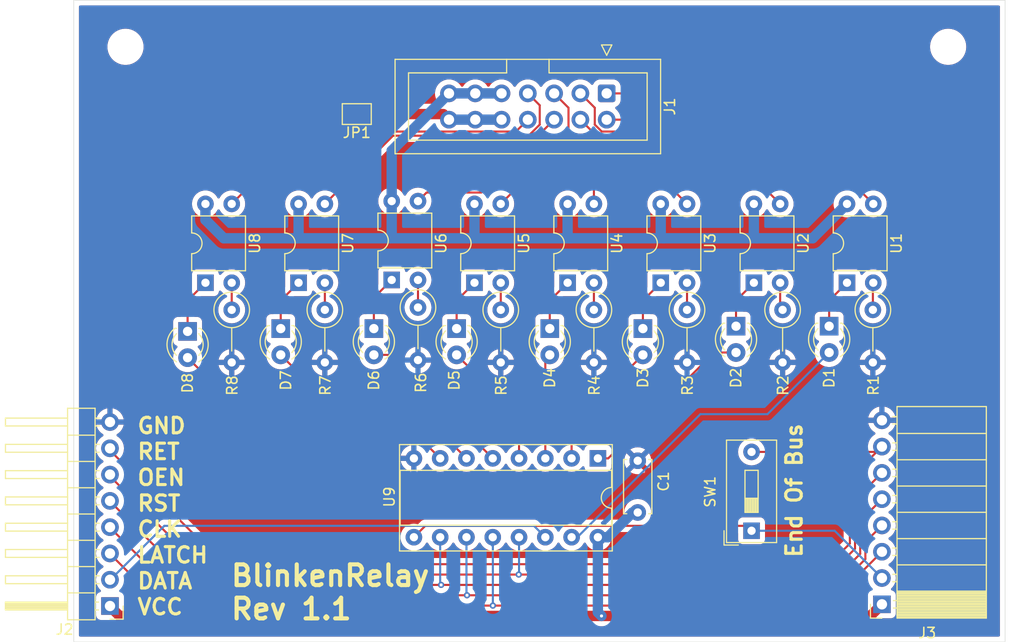
<source format=kicad_pcb>
(kicad_pcb (version 20240108) (generator "pcbnew") (generator_version "8.0")
  (title_block (comment 4 "AISLER Project ID: EPZBMRQH"))
  (layers (0 "F.Cu" signal) (31 "B.Cu" signal) (34 "B.Paste" user) (35 "F.Paste" user) (36 "B.SilkS" user "B.Silkscreen") (37 "F.SilkS" user "F.Silkscreen") (38 "B.Mask" user) (39 "F.Mask" user) (44 "Edge.Cuts" user))
  (net 0 "")
  (net 1 "Kanal 1")
  (net 2 "Kanal 4")
  (net 3 "Net-(J1-Pin_10)")
  (net 4 "+24V")
  (net 5 "Kanal 8")
  (net 6 "Kanal 2")
  (net 7 "Kanal 6")
  (net 8 "Kanal 3")
  (net 9 "Kanal 5")
  (net 10 "Kanal 7")
  (net 11 "Clock")
  (net 12 "Output Enable")
  (net 13 "Reset")
  (net 14 "VCC")
  (net 15 "GND")
  (net 16 "Data")
  (net 17 "Strobe")
  (net 18 "Return")
  (net 19 "Data Out")
  (net 20 "Net-(R1-Pad1)")
  (net 21 "Net-(R2-Pad1)")
  (net 22 "Net-(R3-Pad1)")
  (net 23 "Net-(R4-Pad1)")
  (net 24 "Net-(R5-Pad1)")
  (net 25 "Net-(R6-Pad1)")
  (net 26 "Net-(R7-Pad1)")
  (net 27 "Net-(R8-Pad1)")
  (net 28 "Net-(D1-K)")
  (net 29 "Net-(D1-A)")
  (net 30 "Net-(D2-K)")
  (net 31 "Net-(D2-A)")
  (net 32 "Net-(D3-K)")
  (net 33 "Net-(D3-A)")
  (net 34 "Net-(D4-K)")
  (net 35 "Net-(D4-A)")
  (net 36 "Net-(D5-A)")
  (net 37 "Net-(D5-K)")
  (net 38 "Net-(D6-K)")
  (net 39 "Net-(D6-A)")
  (net 40 "Net-(D7-K)")
  (net 41 "Net-(D7-A)")
  (net 42 "Net-(D8-K)")
  (net 43 "Net-(D8-A)")
  (footprint "Package_DIP:DIP-16_W7.62mm_Socket" (layer "F.Cu") (at 144.65 69.27 -90)
    (property "Reference" "U9" (at 3.73 20.15 90) (layer "F.SilkS"))
    (property "Value" "74HC595")
    (pad "1" thru_hole rect (at 0 0 270) (size 1.6 1.6) (drill 0.8) (layers "*.Cu" "*.Mask") (net 31 "Net-(D2-A)"))
    (pad "2" thru_hole oval (at 0 2.54 270) (size 1.6 1.6) (drill 0.8) (layers "*.Cu" "*.Mask") (net 33 "Net-(D3-A)"))
    (pad "3" thru_hole oval (at 0 5.08 270) (size 1.6 1.6) (drill 0.8) (layers "*.Cu" "*.Mask") (net 35 "Net-(D4-A)"))
    (pad "4" thru_hole oval (at 0 7.62 270) (size 1.6 1.6) (drill 0.8) (layers "*.Cu" "*.Mask") (net 36 "Net-(D5-A)"))
    (pad "5" thru_hole oval (at 0 10.16 270) (size 1.6 1.6) (drill 0.8) (layers "*.Cu" "*.Mask") (net 39 "Net-(D6-A)"))
    (pad "6" thru_hole oval (at 0 12.7 270) (size 1.6 1.6) (drill 0.8) (layers "*.Cu" "*.Mask") (net 41 "Net-(D7-A)"))
    (pad "7" thru_hole oval (at 0 15.24 270) (size 1.6 1.6) (drill 0.8) (layers "*.Cu" "*.Mask") (net 43 "Net-(D8-A)"))
    (pad "8" thru_hole oval (at 0 17.78 270) (size 1.6 1.6) (drill 0.8) (layers "*.Cu" "*.Mask") (net 15 "GND"))
    (pad "9" thru_hole oval (at 7.62 17.78 270) (size 1.6 1.6) (drill 0.8) (layers "*.Cu" "*.Mask") (net 19 "Data Out"))
    (pad "10" thru_hole oval (at 7.62 15.24 270) (size 1.6 1.6) (drill 0.8) (layers "*.Cu" "*.Mask") (net 13 "Reset"))
    (pad "11" thru_hole oval (at 7.62 12.7 270) (size 1.6 1.6) (drill 0.8) (layers "*.Cu" "*.Mask") (net 11 "Clock"))
    (pad "12" thru_hole oval (at 7.62 10.16 270) (size 1.6 1.6) (drill 0.8) (layers "*.Cu" "*.Mask") (net 17 "Strobe"))
    (pad "13" thru_hole oval (at 7.62 7.62 270) (size 1.6 1.6) (drill 0.8) (layers "*.Cu" "*.Mask") (net 12 "Output Enable"))
    (pad "14" thru_hole oval (at 7.62 5.08 270) (size 1.6 1.6) (drill 0.8) (layers "*.Cu" "*.Mask") (net 16 "Data"))
    (pad "15" thru_hole oval (at 7.62 2.54 270) (size 1.6 1.6) (drill 0.8) (layers "*.Cu" "*.Mask") (net 29 "Net-(D1-A)"))
    (pad "16" thru_hole oval (at 7.62 0 270) (size 1.6 1.6) (drill 0.8) (layers "*.Cu" "*.Mask") (net 14 "VCC"))
  )
  (footprint "LED_THT:LED_D3.0mm" (layer "F.Cu") (at 158 56.5 -90)
    (property "Reference" "D2" (at 5 0 90) (layer "F.SilkS"))
    (property "Value" "LED")
    (pad "1" thru_hole rect (at 0 0 270) (size 1.8 1.8) (drill 0.9) (layers "*.Cu" "*.Mask") (net 30 "Net-(D2-K)"))
    (pad "2" thru_hole circle (at 2.54 0 270) (size 1.8 1.8) (drill 0.9) (layers "*.Cu" "*.Mask") (net 31 "Net-(D2-A)"))
  )
  (footprint "Connector_IDC:IDC-Header_2x07_P2.54mm_Vertical" (layer "F.Cu") (at 145.5 34 -90)
    (property "Reference" "J1" (at 1.27 -6.1 -90) (layer "F.SilkS"))
    (property "Value" "Conn_02x07_Odd_Even")
    (pad "1" thru_hole roundrect (at 0 0 270) (size 1.7 1.7) (drill 1) (layers "*.Cu" "*.Mask") (roundrect_rratio 0.147059) (net 1 "Kanal 1"))
    (pad "2" thru_hole circle (at 2.54 0 270) (size 1.7 1.7) (drill 1) (layers "*.Cu" "*.Mask") (net 6 "Kanal 2"))
    (pad "3" thru_hole circle (at 0 2.54 270) (size 1.7 1.7) (drill 1) (layers "*.Cu" "*.Mask") (net 8 "Kanal 3"))
    (pad "4" thru_hole circle (at 2.54 2.54 270) (size 1.7 1.7) (drill 1) (layers "*.Cu" "*.Mask") (net 2 "Kanal 4"))
    (pad "5" thru_hole circle (at 0 5.08 270) (size 1.7 1.7) (drill 1) (layers "*.Cu" "*.Mask") (net 9 "Kanal 5"))
    (pad "6" thru_hole circle (at 2.54 5.08 270) (size 1.7 1.7) (drill 1) (layers "*.Cu" "*.Mask") (net 7 "Kanal 6"))
    (pad "7" thru_hole circle (at 0 7.62 270) (size 1.7 1.7) (drill 1) (layers "*.Cu" "*.Mask") (net 10 "Kanal 7"))
    (pad "8" thru_hole circle (at 2.54 7.62 270) (size 1.7 1.7) (drill 1) (layers "*.Cu" "*.Mask") (net 5 "Kanal 8"))
    (pad "9" thru_hole circle (at 0 10.16 270) (size 1.7 1.7) (drill 1) (layers "*.Cu" "*.Mask") (net 4 "+24V"))
    (pad "10" thru_hole circle (at 2.54 10.16 270) (size 1.7 1.7) (drill 1) (layers "*.Cu" "*.Mask") (net 3 "Net-(J1-Pin_10)"))
    (pad "11" thru_hole circle (at 0 12.7 270) (size 1.7 1.7) (drill 1) (layers "*.Cu" "*.Mask") (net 4 "+24V"))
    (pad "12" thru_hole circle (at 2.54 12.7 270) (size 1.7 1.7) (drill 1) (layers "*.Cu" "*.Mask") (net 3 "Net-(J1-Pin_10)"))
    (pad "13" thru_hole circle (at 0 15.24 270) (size 1.7 1.7) (drill 1) (layers "*.Cu" "*.Mask") (net 4 "+24V"))
    (pad "14" thru_hole circle (at 2.54 15.24 270) (size 1.7 1.7) (drill 1) (layers "*.Cu" "*.Mask") (net 3 "Net-(J1-Pin_10)"))
  )
  (footprint "Package_DIP:DIP-4_W7.62mm" (layer "F.Cu") (at 159.725 52.3 90)
    (property "Reference" "U2" (at 3.8 4.775 90) (layer "F.SilkS"))
    (property "Value" "LTV-817")
    (pad "1" thru_hole rect (at 0 0 90) (size 1.6 1.6) (drill 0.8) (layers "*.Cu" "*.Mask") (net 30 "Net-(D2-K)"))
    (pad "2" thru_hole oval (at 0 2.54 90) (size 1.6 1.6) (drill 0.8) (layers "*.Cu" "*.Mask") (net 21 "Net-(R2-Pad1)"))
    (pad "3" thru_hole oval (at 7.62 2.54 90) (size 1.6 1.6) (drill 0.8) (layers "*.Cu" "*.Mask") (net 6 "Kanal 2"))
    (pad "4" thru_hole oval (at 7.62 0 90) (size 1.6 1.6) (drill 0.8) (layers "*.Cu" "*.Mask") (net 4 "+24V"))
  )
  (footprint "Resistor_THT:R_Axial_DIN0309_L9.0mm_D3.2mm_P5.08mm_Vertical" (layer "F.Cu") (at 144.265 54.92 -90)
    (property "Reference" "R4" (at 7.31 -0.05 -90) (layer "F.SilkS"))
    (property "Value" "140")
    (pad "1" thru_hole circle (at 0 0 270) (size 1.6 1.6) (drill 0.8) (layers "*.Cu" "*.Mask") (net 23 "Net-(R4-Pad1)"))
    (pad "2" thru_hole oval (at 5.08 0 270) (size 1.6 1.6) (drill 0.8) (layers "*.Cu" "*.Mask") (net 15 "GND"))
  )
  (footprint "Connector_PinHeader_2.54mm:PinHeader_1x08_P2.54mm_Horizontal" (layer "F.Cu") (at 97.5 83.54 180)
    (property "Reference" "J2" (at 4.385 -2.27 180) (layer "F.SilkS"))
    (property "Value" "Conn_01x08_Pin")
    (pad "1" thru_hole rect (at 0 0 180) (size 1.7 1.7) (drill 1) (layers "*.Cu" "*.Mask") (net 14 "VCC"))
    (pad "2" thru_hole oval (at 0 2.54 180) (size 1.7 1.7) (drill 1) (layers "*.Cu" "*.Mask") (net 16 "Data"))
    (pad "3" thru_hole oval (at 0 5.08 180) (size 1.7 1.7) (drill 1) (layers "*.Cu" "*.Mask") (net 17 "Strobe"))
    (pad "4" thru_hole oval (at 0 7.62 180) (size 1.7 1.7) (drill 1) (layers "*.Cu" "*.Mask") (net 11 "Clock"))
    (pad "5" thru_hole oval (at 0 10.16 180) (size 1.7 1.7) (drill 1) (layers "*.Cu" "*.Mask") (net 13 "Reset"))
    (pad "6" thru_hole oval (at 0 12.7 180) (size 1.7 1.7) (drill 1) (layers "*.Cu" "*.Mask") (net 12 "Output Enable"))
    (pad "7" thru_hole oval (at 0 15.24 180) (size 1.7 1.7) (drill 1) (layers "*.Cu" "*.Mask") (net 18 "Return"))
    (pad "8" thru_hole oval (at 0 17.78 180) (size 1.7 1.7) (drill 1) (layers "*.Cu" "*.Mask") (net 15 "GND"))
  )
  (footprint "LED_THT:LED_D3.0mm" (layer "F.Cu") (at 105 57 -90)
    (property "Reference" "D8" (at 5 0 90) (layer "F.SilkS"))
    (property "Value" "LED")
    (pad "1" thru_hole rect (at 0 0 270) (size 1.8 1.8) (drill 0.9) (layers "*.Cu" "*.Mask") (net 42 "Net-(D8-K)"))
    (pad "2" thru_hole circle (at 2.54 0 270) (size 1.8 1.8) (drill 0.9) (layers "*.Cu" "*.Mask") (net 43 "Net-(D8-A)"))
  )
  (footprint "Package_DIP:DIP-4_W7.62mm" (layer "F.Cu") (at 124.725 52.03 90)
    (property "Reference" "U6" (at 3.53 4.775 90) (layer "F.SilkS"))
    (property "Value" "LTV-817")
    (pad "1" thru_hole rect (at 0 0 90) (size 1.6 1.6) (drill 0.8) (layers "*.Cu" "*.Mask") (net 38 "Net-(D6-K)"))
    (pad "2" thru_hole oval (at 0 2.54 90) (size 1.6 1.6) (drill 0.8) (layers "*.Cu" "*.Mask") (net 25 "Net-(R6-Pad1)"))
    (pad "3" thru_hole oval (at 7.62 2.54 90) (size 1.6 1.6) (drill 0.8) (layers "*.Cu" "*.Mask") (net 7 "Kanal 6"))
    (pad "4" thru_hole oval (at 7.62 0 90) (size 1.6 1.6) (drill 0.8) (layers "*.Cu" "*.Mask") (net 4 "+24V"))
  )
  (footprint "MountingHole:MountingHole_3mm" (layer "F.Cu") (at 99 29.5)
    (property "Reference" "REF**" (hide yes))
    (property "Value" "MountingHole_3mm")
    (pad "" np_thru_hole circle (at 0 0) (size 3 3) (drill 3) (layers "*.Cu" "*.Mask"))
  )
  (footprint "Package_DIP:DIP-4_W7.62mm" (layer "F.Cu") (at 106.725 52.3 90)
    (property "Reference" "U8" (at 3.8 4.775 90) (layer "F.SilkS"))
    (property "Value" "LTV-817")
    (pad "1" thru_hole rect (at 0 0 90) (size 1.6 1.6) (drill 0.8) (layers "*.Cu" "*.Mask") (net 42 "Net-(D8-K)"))
    (pad "2" thru_hole oval (at 0 2.54 90) (size 1.6 1.6) (drill 0.8) (layers "*.Cu" "*.Mask") (net 27 "Net-(R8-Pad1)"))
    (pad "3" thru_hole oval (at 7.62 2.54 90) (size 1.6 1.6) (drill 0.8) (layers "*.Cu" "*.Mask") (net 5 "Kanal 8"))
    (pad "4" thru_hole oval (at 7.62 0 90) (size 1.6 1.6) (drill 0.8) (layers "*.Cu" "*.Mask") (net 4 "+24V"))
  )
  (footprint "Package_DIP:DIP-4_W7.62mm" (layer "F.Cu") (at 115.725 52.3 90)
    (property "Reference" "U7" (at 3.8 4.775 90) (layer "F.SilkS"))
    (property "Value" "LTV-817")
    (pad "1" thru_hole rect (at 0 0 90) (size 1.6 1.6) (drill 0.8) (layers "*.Cu" "*.Mask") (net 40 "Net-(D7-K)"))
    (pad "2" thru_hole oval (at 0 2.54 90) (size 1.6 1.6) (drill 0.8) (layers "*.Cu" "*.Mask") (net 26 "Net-(R7-Pad1)"))
    (pad "3" thru_hole oval (at 7.62 2.54 90) (size 1.6 1.6) (drill 0.8) (layers "*.Cu" "*.Mask") (net 10 "Kanal 7"))
    (pad "4" thru_hole oval (at 7.62 0 90) (size 1.6 1.6) (drill 0.8) (layers "*.Cu" "*.Mask") (net 4 "+24V"))
  )
  (footprint "Button_Switch_THT:SW_DIP_SPSTx01_Slide_9.78x4.72mm_W7.62mm_P2.54mm" (layer "F.Cu") (at 159.5 76.2675 90)
    (property "Reference" "SW1" (at 3.7675 -4 90) (layer "F.SilkS"))
    (property "Value" "SW_DIP_x01")
    (pad "1" thru_hole rect (at 0 0 90) (size 1.6 1.6) (drill 0.8) (layers "*.Cu" "*.Mask") (net 19 "Data Out"))
    (pad "2" thru_hole oval (at 7.62 0 90) (size 1.6 1.6) (drill 0.8) (layers "*.Cu" "*.Mask") (net 18 "Return"))
  )
  (footprint "Resistor_THT:R_Axial_DIN0309_L9.0mm_D3.2mm_P5.08mm_Vertical" (layer "F.Cu") (at 135.265 54.92 -90)
    (property "Reference" "R5" (at 7.31 -0.05 -90) (layer "F.SilkS"))
    (property "Value" "140")
    (pad "1" thru_hole circle (at 0 0 270) (size 1.6 1.6) (drill 0.8) (layers "*.Cu" "*.Mask") (net 24 "Net-(R5-Pad1)"))
    (pad "2" thru_hole oval (at 5.08 0 270) (size 1.6 1.6) (drill 0.8) (layers "*.Cu" "*.Mask") (net 15 "GND"))
  )
  (footprint "Package_DIP:DIP-4_W7.62mm" (layer "F.Cu") (at 132.725 52.3 90)
    (property "Reference" "U5" (at 3.8 4.775 90) (layer "F.SilkS"))
    (property "Value" "LTV-817")
    (pad "1" thru_hole rect (at 0 0 90) (size 1.6 1.6) (drill 0.8) (layers "*.Cu" "*.Mask") (net 37 "Net-(D5-K)"))
    (pad "2" thru_hole oval (at 0 2.54 90) (size 1.6 1.6) (drill 0.8) (layers "*.Cu" "*.Mask") (net 24 "Net-(R5-Pad1)"))
    (pad "3" thru_hole oval (at 7.62 2.54 90) (size 1.6 1.6) (drill 0.8) (layers "*.Cu" "*.Mask") (net 9 "Kanal 5"))
    (pad "4" thru_hole oval (at 7.62 0 90) (size 1.6 1.6) (drill 0.8) (layers "*.Cu" "*.Mask") (net 4 "+24V"))
  )
  (footprint "LED_THT:LED_D3.0mm" (layer "F.Cu") (at 123 56.73 -90)
    (property "Reference" "D6" (at 5 0 90) (layer "F.SilkS"))
    (property "Value" "LED")
    (pad "1" thru_hole rect (at 0 0 270) (size 1.8 1.8) (drill 0.9) (layers "*.Cu" "*.Mask") (net 38 "Net-(D6-K)"))
    (pad "2" thru_hole circle (at 2.54 0 270) (size 1.8 1.8) (drill 0.9) (layers "*.Cu" "*.Mask") (net 39 "Net-(D6-A)"))
  )
  (footprint "Package_DIP:DIP-4_W7.62mm" (layer "F.Cu") (at 168.725 52.3 90)
    (property "Reference" "U1" (at 3.8 4.775 90) (layer "F.SilkS"))
    (property "Value" "LTV-817")
    (pad "1" thru_hole rect (at 0 0 90) (size 1.6 1.6) (drill 0.8) (layers "*.Cu" "*.Mask") (net 28 "Net-(D1-K)"))
    (pad "2" thru_hole oval (at 0 2.54 90) (size 1.6 1.6) (drill 0.8) (layers "*.Cu" "*.Mask") (net 20 "Net-(R1-Pad1)"))
    (pad "3" thru_hole oval (at 7.62 2.54 90) (size 1.6 1.6) (drill 0.8) (layers "*.Cu" "*.Mask") (net 1 "Kanal 1"))
    (pad "4" thru_hole oval (at 7.62 0 90) (size 1.6 1.6) (drill 0.8) (layers "*.Cu" "*.Mask") (net 4 "+24V"))
  )
  (footprint "LED_THT:LED_D3.0mm" (layer "F.Cu") (at 167 56.5 -90)
    (property "Reference" "D1" (at 5 0 90) (layer "F.SilkS"))
    (property "Value" "LED")
    (pad "1" thru_hole rect (at 0 0 270) (size 1.8 1.8) (drill 0.9) (layers "*.Cu" "*.Mask") (net 28 "Net-(D1-K)"))
    (pad "2" thru_hole circle (at 2.54 0 270) (size 1.8 1.8) (drill 0.9) (layers "*.Cu" "*.Mask") (net 29 "Net-(D1-A)"))
  )
  (footprint "Resistor_THT:R_Axial_DIN0309_L9.0mm_D3.2mm_P5.08mm_Vertical" (layer "F.Cu") (at 127.265 54.69 -90)
    (property "Reference" "R6" (at 7.27 -0.285 -90) (layer "F.SilkS"))
    (property "Value" "140")
    (pad "1" thru_hole circle (at 0 0 270) (size 1.6 1.6) (drill 0.8) (layers "*.Cu" "*.Mask") (net 25 "Net-(R6-Pad1)"))
    (pad "2" thru_hole oval (at 5.08 0 270) (size 1.6 1.6) (drill 0.8) (layers "*.Cu" "*.Mask") (net 15 "GND"))
  )
  (footprint "Resistor_THT:R_Axial_DIN0309_L9.0mm_D3.2mm_P5.08mm_Vertical" (layer "F.Cu") (at 118.265 54.92 -90)
    (property "Reference" "R7" (at 7.31 -0.05 -90) (layer "F.SilkS"))
    (property "Value" "140")
    (pad "1" thru_hole circle (at 0 0 270) (size 1.6 1.6) (drill 0.8) (layers "*.Cu" "*.Mask") (net 26 "Net-(R7-Pad1)"))
    (pad "2" thru_hole oval (at 5.08 0 270) (size 1.6 1.6) (drill 0.8) (layers "*.Cu" "*.Mask") (net 15 "GND"))
  )
  (footprint "LED_THT:LED_D3.0mm" (layer "F.Cu") (at 149 56.73 -90)
    (property "Reference" "D3" (at 4.77 0 90) (layer "F.SilkS"))
    (property "Value" "LED")
    (pad "1" thru_hole rect (at 0 0 270) (size 1.8 1.8) (drill 0.9) (layers "*.Cu" "*.Mask") (net 32 "Net-(D3-K)"))
    (pad "2" thru_hole circle (at 2.54 0 270) (size 1.8 1.8) (drill 0.9) (layers "*.Cu" "*.Mask") (net 33 "Net-(D3-A)"))
  )
  (footprint "Resistor_THT:R_Axial_DIN0309_L9.0mm_D3.2mm_P5.08mm_Vertical" (layer "F.Cu") (at 109.265 54.92 -90)
    (property "Reference" "R8" (at 7.31 -0.05 -90) (layer "F.SilkS"))
    (property "Value" "140")
    (pad "1" thru_hole circle (at 0 0 270) (size 1.6 1.6) (drill 0.8) (layers "*.Cu" "*.Mask") (net 27 "Net-(R8-Pad1)"))
    (pad "2" thru_hole oval (at 5.08 0 270) (size 1.6 1.6) (drill 0.8) (layers "*.Cu" "*.Mask") (net 15 "GND"))
  )
  (footprint "Resistor_THT:R_Axial_DIN0309_L9.0mm_D3.2mm_P5.08mm_Vertical" (layer "F.Cu") (at 171.225 54.92 -90)
    (property "Reference" "R1" (at 7.31 -0.05 -90) (layer "F.SilkS"))
    (property "Value" "140")
    (pad "1" thru_hole circle (at 0 0 270) (size 1.6 1.6) (drill 0.8) (layers "*.Cu" "*.Mask") (net 20 "Net-(R1-Pad1)"))
    (pad "2" thru_hole oval (at 5.08 0 270) (size 1.6 1.6) (drill 0.8) (layers "*.Cu" "*.Mask") (net 15 "GND"))
  )
  (footprint "Capacitor_THT:C_Disc_D5.0mm_W2.5mm_P5.00mm" (layer "F.Cu") (at 148.5 74.5 90)
    (property "Reference" "C1" (at 3 2.5 90) (layer "F.SilkS"))
    (property "Value" "10n")
    (pad "1" thru_hole circle (at 0 0 90) (size 1.6 1.6) (drill 0.8) (layers "*.Cu" "*.Mask") (net 14 "VCC"))
    (pad "2" thru_hole circle (at 5 0 90) (size 1.6 1.6) (drill 0.8) (layers "*.Cu" "*.Mask") (net 15 "GND"))
  )
  (footprint "Connector_PinSocket_2.54mm:PinSocket_1x08_P2.54mm_Horizontal" (layer "F.Cu") (at 172.1 83.375 180)
    (property "Reference" "J3" (at -4.38 -2.77 0) (layer "F.SilkS"))
    (property "Value" "Conn_01x08_Socket")
    (pad "1" thru_hole rect (at 0 0 180) (size 1.7 1.7) (drill 1) (layers "*.Cu" "*.Mask") (net 14 "VCC"))
    (pad "2" thru_hole oval (at 0 2.54 180) (size 1.7 1.7) (drill 1) (layers "*.Cu" "*.Mask") (net 19 "Data Out"))
    (pad "3" thru_hole oval (at 0 5.08 180) (size 1.7 1.7) (drill 1) (layers "*.Cu" "*.Mask") (net 17 "Strobe"))
    (pad "4" thru_hole oval (at 0 7.62 180) (size 1.7 1.7) (drill 1) (layers "*.Cu" "*.Mask") (net 11 "Clock"))
    (pad "5" thru_hole oval (at 0 10.16 180) (size 1.7 1.7) (drill 1) (layers "*.Cu" "*.Mask") (net 13 "Reset"))
    (pad "6" thru_hole oval (at 0 12.7 180) (size 1.7 1.7) (drill 1) (layers "*.Cu" "*.Mask") (net 12 "Output Enable"))
    (pad "7" thru_hole oval (at 0 15.24 180) (size 1.7 1.7) (drill 1) (layers "*.Cu" "*.Mask") (net 18 "Return"))
    (pad "8" thru_hole oval (at 0 17.78 180) (size 1.7 1.7) (drill 1) (layers "*.Cu" "*.Mask") (net 15 "GND"))
  )
  (footprint "Resistor_THT:R_Axial_DIN0309_L9.0mm_D3.2mm_P5.08mm_Vertical" (layer "F.Cu") (at 153.265 54.92 -90)
    (property "Reference" "R3" (at 7.31 -0.05 -90) (layer "F.SilkS"))
    (property "Value" "140")
    (pad "1" thru_hole circle (at 0 0 270) (size 1.6 1.6) (drill 0.8) (layers "*.Cu" "*.Mask") (net 22 "Net-(R3-Pad1)"))
    (pad "2" thru_hole oval (at 5.08 0 270) (size 1.6 1.6) (drill 0.8) (layers "*.Cu" "*.Mask") (net 15 "GND"))
  )
  (footprint "Package_DIP:DIP-4_W7.62mm" (layer "F.Cu") (at 141.725 52.3 90)
    (property "Reference" "U4" (at 3.8 4.775 90) (layer "F.SilkS"))
    (property "Value" "LTV-817")
    (pad "1" thru_hole rect (at 0 0 90) (size 1.6 1.6) (drill 0.8) (layers "*.Cu" "*.Mask") (net 34 "Net-(D4-K)"))
    (pad "2" thru_hole oval (at 0 2.54 90) (size 1.6 1.6) (drill 0.8) (layers "*.Cu" "*.Mask") (net 23 "Net-(R4-Pad1)"))
    (pad "3" thru_hole oval (at 7.62 2.54 90) (size 1.6 1.6) (drill 0.8) (layers "*.Cu" "*.Mask") (net 2 "Kanal 4"))
    (pad "4" thru_hole oval (at 7.62 0 90) (size 1.6 1.6) (drill 0.8) (layers "*.Cu" "*.Mask") (net 4 "+24V"))
  )
  (footprint "Jumper:SolderJumper-2_P1.3mm_Open_Pad1.0x1.5mm" (layer "F.Cu") (at 121.35 36 180)
    (property "Reference" "JP1" (at 0 -1.8 0) (layer "F.SilkS"))
    (property "Value" "Jumper_2_Open" (hide yes))
    (pad "1" smd rect (at -0.65 0 180) (size 1 1.5) (layers "F.Cu" "F.Mask") (net 3 "Net-(J1-Pin_10)"))
    (pad "2" smd rect (at 0.65 0 180) (size 1 1.5) (layers "F.Cu" "F.Mask") (net 15 "GND"))
  )
  (footprint "Resistor_THT:R_Axial_DIN0309_L9.0mm_D3.2mm_P5.08mm_Vertical" (layer "F.Cu") (at 162.5 54.92 -90)
    (property "Reference" "R2" (at 7.31 -0.05 -90) (layer "F.SilkS"))
    (property "Value" "140")
    (pad "1" thru_hole circle (at 0 0 270) (size 1.6 1.6) (drill 0.8) (layers "*.Cu" "*.Mask") (net 21 "Net-(R2-Pad1)"))
    (pad "2" thru_hole oval (at 5.08 0 270) (size 1.6 1.6) (drill 0.8) (layers "*.Cu" "*.Mask") (net 15 "GND"))
  )
  (footprint "MountingHole:MountingHole_3mm" (layer "F.Cu") (at 178.5 29.5)
    (property "Reference" "REF**" (hide yes))
    (property "Value" "MountingHole_3mm")
    (pad "" np_thru_hole circle (at 0 0) (size 3 3) (drill 3) (layers "F&B.Cu" "*.Mask"))
  )
  (footprint "LED_THT:LED_D3.0mm" (layer "F.Cu") (at 114 56.73 -90)
    (property "Reference" "D7" (at 5 -0.5 90) (layer "F.SilkS"))
    (property "Value" "LED")
    (pad "1" thru_hole rect (at 0 0 270) (size 1.8 1.8) (drill 0.9) (layers "*.Cu" "*.Mask") (net 40 "Net-(D7-K)"))
    (pad "2" thru_hole circle (at 2.54 0 270) (size 1.8 1.8) (drill 0.9) (layers "*.Cu" "*.Mask") (net 41 "Net-(D7-A)"))
  )
  (footprint "LED_THT:LED_D3.0mm" (layer "F.Cu") (at 140 56.73 -90)
    (property "Reference" "D4" (at 4.77 0 90) (layer "F.SilkS"))
    (property "Value" "LED")
    (pad "1" thru_hole rect (at 0 0 270) (size 1.8 1.8) (drill 0.9) (layers "*.Cu" "*.Mask") (net 34 "Net-(D4-K)"))
    (pad "2" thru_hole circle (at 2.54 0 270) (size 1.8 1.8) (drill 0.9) (layers "*.Cu" "*.Mask") (net 35 "Net-(D4-A)"))
  )
  (footprint "Package_DIP:DIP-4_W7.62mm" (layer "F.Cu") (at 150.725 52.3 90)
    (property "Reference" "U3" (at 3.8 4.775 90) (layer "F.SilkS"))
    (property "Value" "LTV-817")
    (pad "1" thru_hole rect (at 0 0 90) (size 1.6 1.6) (drill 0.8) (layers "*.Cu" "*.Mask") (net 32 "Net-(D3-K)"))
    (pad "2" thru_hole oval (at 0 2.54 90) (size 1.6 1.6) (drill 0.8) (layers "*.Cu" "*.Mask") (net 22 "Net-(R3-Pad1)"))
    (pad "3" thru_hole oval (at 7.62 2.54 90) (size 1.6 1.6) (drill 0.8) (layers "*.Cu" "*.Mask") (net 8 "Kanal 3"))
    (pad "4" thru_hole oval (at 7.62 0 90) (size 1.6 1.6) (drill 0.8) (layers "*.Cu" "*.Mask") (net 4 "+24V"))
  )
  (footprint "LED_THT:LED_D3.0mm" (layer "F.Cu") (at 131 56.73 -90)
    (property "Reference" "D5" (at 5 0.23 90) (layer "F.SilkS"))
    (property "Value" "LED")
    (pad "1" thru_hole rect (at 0 0 270) (size 1.8 1.8) (drill 0.9) (layers "*.Cu" "*.Mask") (net 37 "Net-(D5-K)"))
    (pad "2" thru_hole circle (at 2.54 0 270) (size 1.8 1.8) (drill 0.9) (layers "*.Cu" "*.Mask") (net 36 "Net-(D5-A)"))
  )
  (gr_rect (start 94 25) (end 184 87) (stroke (width 0.05)) (fill none) (layer "Edge.Cuts"))
  (gr_text "End Of Bus" (at 164.5 79 90) (layer "F.SilkS") (effects (font (size 1.5 1.5) (thickness 0.3) (bold yes)) (justify left bottom)))
  (gr_text "BlinkenRelay\nRev 1.1" (at 109 85 0) (layer "F.SilkS") (effects (font (size 2 2) (thickness 0.4) (bold yes)) (justify left bottom)))
  (gr_text "GND" (at 100 67 0) (layer "F.SilkS") (effects (font (size 1.5 1.5) (thickness 0.3) (bold yes)) (justify left bottom)))
  (gr_text "LATCH" (at 100 79.5 0) (layer "F.SilkS") (effects (font (size 1.5 1.5) (thickness 0.3) (bold yes)) (justify left bottom)))
  (gr_text "OEN\n" (at 100 72 0) (layer "F.SilkS") (effects (font (size 1.5 1.5) (thickness 0.3) (bold yes)) (justify left bottom)))
  (gr_text "DATA" (at 100 82 0) (layer "F.SilkS") (effects (font (size 1.5 1.5) (thickness 0.3) (bold yes)) (justify left bottom)))
  (gr_text "RST" (at 100 74.5 0) (layer "F.SilkS") (effects (font (size 1.5 1.5) (thickness 0.3) (bold yes)) (justify left bottom)))
  (gr_text "RET" (at 100 69.5 0) (layer "F.SilkS") (effects (font (size 1.5 1.5) (thickness 0.3) (bold yes)) (justify left bottom)))
  (gr_text "CLK" (at 100 77 0) (layer "F.SilkS") (effects (font (size 1.5 1.5) (thickness 0.3) (bold yes)) (justify left bottom)))
  (gr_text "VCC" (at 100 84.5 0) (layer "F.SilkS") (effects (font (size 1.5 1.5) (thickness 0.3) (bold yes)) (justify left bottom)))
  (segment (start 171.265 44.68) (end 160.585 34) (width 0.2) (layer "F.Cu") (net 1))
  (segment (start 160.585 34) (end 145.5 34) (width 0.2) (layer "F.Cu") (net 1))
  (segment (start 144.265 44.68) (end 144.265 37.845) (width 0.2) (layer "F.Cu") (net 2))
  (segment (start 144.265 37.845) (end 142.96 36.54) (width 0.2) (layer "F.Cu") (net 2))
  (segment (start 122 36) (end 129.72 36) (width 1) (layer "F.Cu") (net 3))
  (segment (start 129.72 36) (end 130.26 36.54) (width 0.2) (layer "F.Cu") (net 3))
  (segment (start 135.34 36.54) (end 132.8 36.54) (width 1) (layer "B.Cu") (net 3))
  (segment (start 130.26 36.54) (end 132.8 36.54) (width 1) (layer "B.Cu") (net 3))
  (segment (start 124.5 48) (end 132.5 48) (width 1) (layer "B.Cu") (net 4))
  (segment (start 132.725 47.775) (end 132.5 48) (width 1) (layer "B.Cu") (net 4))
  (segment (start 141.725 47.725) (end 142 48) (width 1) (layer "B.Cu") (net 4))
  (segment (start 130.26 34) (end 124.725 39.535) (width 1) (layer "B.Cu") (net 4))
  (segment (start 106.725 44.68) (end 106.725 46.225) (width 1) (layer "B.Cu") (net 4))
  (segment (start 124.725 39.535) (end 124.725 44.41) (width 1) (layer "B.Cu") (net 4))
  (segment (start 135.34 34) (end 132.8 34) (width 1) (layer "B.Cu") (net 4))
  (segment (start 159.725 44.68) (end 159.725 47.725) (width 1) (layer "B.Cu") (net 4))
  (segment (start 130.26 34) (end 132.8 34) (width 1) (layer "B.Cu") (net 4))
  (segment (start 150.725 47.725) (end 151 48) (width 1) (layer "B.Cu") (net 4))
  (segment (start 160 48) (end 165.405 48) (width 1) (layer "B.Cu") (net 4))
  (segment (start 124.725 44.41) (end 124.725 47.775) (width 1) (layer "B.Cu") (net 4))
  (segment (start 124.725 47.775) (end 124.5 48) (width 1) (layer "B.Cu") (net 4))
  (segment (start 115.725 47.775) (end 115.5 48) (width 1) (layer "B.Cu") (net 4))
  (segment (start 142 48) (end 151 48) (width 1) (layer "B.Cu") (net 4))
  (segment (start 159.725 47.725) (end 160 48) (width 1) (layer "B.Cu") (net 4))
  (segment (start 132.725 44.68) (end 132.725 47.775) (width 1) (layer "B.Cu") (net 4))
  (segment (start 165.405 48) (end 168.725 44.68) (width 1) (layer "B.Cu") (net 4))
  (segment (start 132.5 48) (end 142 48) (width 1) (layer "B.Cu") (net 4))
  (segment (start 108.5 48) (end 115.5 48) (width 1) (layer "B.Cu") (net 4))
  (segment (start 115.725 44.68) (end 115.725 47.775) (width 1) (layer "B.Cu") (net 4))
  (segment (start 151 48) (end 160 48) (width 1) (layer "B.Cu") (net 4))
  (segment (start 115.5 48) (end 124.5 48) (width 1) (layer "B.Cu") (net 4))
  (segment (start 141.725 44.68) (end 141.725 47.725) (width 1) (layer "B.Cu") (net 4))
  (segment (start 150.725 44.68) (end 150.725 47.725) (width 1) (layer "B.Cu") (net 4))
  (segment (start 106.725 46.225) (end 108.5 48) (width 1) (layer "B.Cu") (net 4))
  (segment (start 116.255 37.69) (end 136.73 37.69) (width 0.2) (layer "F.Cu") (net 5))
  (segment (start 109.265 44.68) (end 116.255 37.69) (width 0.2) (layer "F.Cu") (net 5))
  (segment (start 136.73 37.69) (end 137.88 36.54) (width 0.2) (layer "F.Cu") (net 5))
  (segment (start 154.125 36.54) (end 145.5 36.54) (width 0.2) (layer "F.Cu") (net 6))
  (segment (start 162.265 44.68) (end 154.125 36.54) (width 0.2) (layer "F.Cu") (net 6))
  (segment (start 127.265 44.41) (end 128.095 43.58) (width 0.2) (layer "F.Cu") (net 7))
  (segment (start 133.38 43.58) (end 140.42 36.54) (width 0.2) (layer "F.Cu") (net 7))
  (segment (start 128.095 43.58) (end 133.38 43.58) (width 0.2) (layer "F.Cu") (net 7))
  (segment (start 153.265 44.68) (end 146.275 37.69) (width 0.2) (layer "F.Cu") (net 8))
  (segment (start 146.275 37.69) (end 145.023654 37.69) (width 0.2) (layer "F.Cu") (net 8))
  (segment (start 145.023654 37.69) (end 144.35 37.016346) (width 0.2) (layer "F.Cu") (net 8))
  (segment (start 144.35 37.016346) (end 144.35 35.39) (width 0.2) (layer "F.Cu") (net 8))
  (segment (start 144.35 35.39) (end 142.96 34) (width 0.2) (layer "F.Cu") (net 8))
  (segment (start 141.81 35.39) (end 140.42 34) (width 0.2) (layer "F.Cu") (net 9))
  (segment (start 141.81 38.135) (end 141.81 35.39) (width 0.2) (layer "F.Cu") (net 9))
  (segment (start 135.265 44.68) (end 141.81 38.135) (width 0.2) (layer "F.Cu") (net 9))
  (segment (start 139.03 37.016346) (end 139.03 35.15) (width 0.2) (layer "F.Cu") (net 10))
  (segment (start 139.03 35.15) (end 137.88 34) (width 0.2) (layer "F.Cu") (net 10))
  (segment (start 118.265 44.68) (end 124.855 38.09) (width 0.2) (layer "F.Cu") (net 10))
  (segment (start 124.855 38.09) (end 137.956346 38.09) (width 0.2) (layer "F.Cu") (net 10))
  (segment (start 137.956346 38.09) (end 139.03 37.016346) (width 0.2) (layer "F.Cu") (net 10))
  (segment (start 132 82.5) (end 167 82.5) (width 0.2) (layer "F.Cu") (net 11))
  (segment (start 104.04 82.5) (end 97.5 75.96) (width 0.2) (layer "F.Cu") (net 11))
  (segment (start 170.5 79) (end 170.5 77.355) (width 0.2) (layer "F.Cu") (net 11))
  (segment (start 170.5 77.355) (end 172.1 75.755) (width 0.2) (layer "F.Cu") (net 11))
  (segment (start 167 82.5) (end 170.5 79) (width 0.2) (layer "F.Cu") (net 11))
  (segment (start 132 82.5) (end 104.04 82.5) (width 0.2) (layer "F.Cu") (net 11))
  (via (at 132 82.5) (size 0.6) (drill 0.3) (layers "F.Cu" "B.Cu") (net 11))
  (segment (start 131.95 82.45) (end 131.95 76.89) (width 0.2) (layer "B.Cu") (net 11))
  (segment (start 132 82.5) (end 131.95 82.45) (width 0.2) (layer "B.Cu") (net 11))
  (segment (start 107 80.5) (end 137 80.5) (width 0.2) (layer "F.Cu") (net 12))
  (segment (start 167 80.5) (end 169.5 78) (width 0.2) (layer "F.Cu") (net 12))
  (segment (start 107 80.5) (end 97.5 71) (width 0.2) (layer "F.Cu") (net 12))
  (segment (start 137 80.5) (end 167 80.5) (width 0.2) (layer "F.Cu") (net 12))
  (segment (start 169.5 78) (end 169.5 73.275) (width 0.2) (layer "F.Cu") (net 12))
  (segment (start 169.5 73.275) (end 172.1 70.675) (width 0.2) (layer "F.Cu") (net 12))
  (via (at 137 80.5) (size 0.6) (drill 0.3) (layers "F.Cu" "B.Cu") (net 12))
  (segment (start 137.03 80.47) (end 137.03 76.89) (width 0.2) (layer "B.Cu") (net 12))
  (segment (start 137 80.5) (end 137.03 80.47) (width 0.2) (layer "B.Cu") (net 12))
  (segment (start 105.5 81.42) (end 97.5 73.42) (width 0.2) (layer "F.Cu") (net 13))
  (segment (start 129.5 81.5) (end 167 81.5) (width 0.2) (layer "F.Cu") (net 13))
  (segment (start 105.5 81.5) (end 129.5 81.5) (width 0.2) (layer "F.Cu") (net 13))
  (segment (start 105.5 81.5) (end 105.5 81.42) (width 0.2) (layer "F.Cu") (net 13))
  (segment (start 167 81.5) (end 170 78.5) (width 0.2) (layer "F.Cu") (net 13))
  (segment (start 170 78.5) (end 170 75.315) (width 0.2) (layer "F.Cu") (net 13))
  (segment (start 170 75.315) (end 172.1 73.215) (width 0.2) (layer "F.Cu") (net 13))
  (via (at 129.5 81.5) (size 0.6) (drill 0.3) (layers "F.Cu" "B.Cu") (net 13))
  (segment (start 129.41 76.89) (end 129.41 81.41) (width 0.2) (layer "B.Cu") (net 13))
  (segment (start 129.41 81.41) (end 129.5 81.5) (width 0.2) (layer "B.Cu") (net 13))
  (segment (start 170.975 84.5) (end 145 84.5) (width 1) (layer "F.Cu") (net 14))
  (segment (start 98.42 84.5) (end 145 84.5) (width 1) (layer "F.Cu") (net 14))
  (segment (start 172.1 83.375) (end 170.975 84.5) (width 1) (layer "F.Cu") (net 14))
  (segment (start 98.42 84.5) (end 97.5 83.58) (width 1) (layer "F.Cu") (net 14))
  (via (at 145 84.5) (size 0.6) (drill 0.3) (layers "F.Cu" "B.Cu") (net 14))
  (segment (start 144.65 84.15) (end 144.65 76.89) (width 1) (layer "B.Cu") (net 14))
  (segment (start 148 74.5) (end 145.61 76.89) (width 1) (layer "B.Cu") (net 14))
  (segment (start 148.5 74.5) (end 148 74.5) (width 1) (layer "B.Cu") (net 14))
  (segment (start 145 84.5) (end 144.65 84.15) (width 1) (layer "B.Cu") (net 14))
  (segment (start 145.61 76.89) (end 144.65 76.89) (width 1) (layer "B.Cu") (net 14))
  (segment (start 102.75 75.79) (end 138.47 75.79) (width 0.2) (layer "B.Cu") (net 16))
  (segment (start 97.5 81.04) (end 102.75 75.79) (width 0.2) (layer "B.Cu") (net 16))
  (segment (start 138.47 75.79) (end 139.57 76.89) (width 0.2) (layer "B.Cu") (net 16))
  (segment (start 102.5 83.5) (end 134.5 83.5) (width 0.2) (layer "F.Cu") (net 17))
  (segment (start 166.895 83.5) (end 172.1 78.295) (width 0.2) (layer "F.Cu") (net 17))
  (segment (start 102.5 83.5) (end 97.5 78.5) (width 0.2) (layer "F.Cu") (net 17))
  (segment (start 134.5 83.5) (end 166.895 83.5) (width 0.2) (layer "F.Cu") (net 17))
  (via (at 134.5 83.5) (size 0.6) (drill 0.3) (layers "F.Cu" "B.Cu") (net 17))
  (segment (start 134.5 77.748628) (end 134.5 83.5) (width 0.2) (layer "B.Cu") (net 17))
  (segment (start 134.065686 77.314314) (end 134.5 77.748628) (width 0.2) (layer "B.Cu") (net 17))
  (segment (start 169 71.235) (end 172.1 68.135) (width 0.2) (layer "F.Cu") (net 18))
  (segment (start 108.5 79.5) (end 167 79.5) (width 0.2) (layer "F.Cu") (net 18))
  (segment (start 167 79.5) (end 169 77.5) (width 0.2) (layer "F.Cu") (net 18))
  (segment (start 169 77.5) (end 169 71.235) (width 0.2) (layer "F.Cu") (net 18))
  (segment (start 159.5 68.6475) (end 171.5875 68.6475) (width 0.2) (layer "F.Cu") (net 18))
  (segment (start 97.5 68.5) (end 108.5 79.5) (width 0.2) (layer "F.Cu") (net 18))
  (segment (start 127.97 75.79) (end 159.0225 75.79) (width 0.2) (layer "F.Cu") (net 19))
  (segment (start 126.87 76.89) (end 127.97 75.79) (width 0.2) (layer "F.Cu") (net 19))
  (segment (start 167.5325 76.2675) (end 172.1 80.835) (width 0.2) (layer "B.Cu") (net 19))
  (segment (start 159.5 76.2675) (end 167.5325 76.2675) (width 0.2) (layer "B.Cu") (net 19))
  (segment (start 171.225 54.92) (end 171.225 52.34) (width 0.2) (layer "F.Cu") (net 20))
  (segment (start 162.265 52.3) (end 162.265 54.685) (width 0.2) (layer "F.Cu") (net 21))
  (segment (start 153.265 52.3) (end 153.265 54.92) (width 0.2) (layer "F.Cu") (net 22))
  (segment (start 144.265 52.3) (end 144.265 54.92) (width 0.2) (layer "F.Cu") (net 23))
  (segment (start 135.265 54.92) (end 135.265 52.3) (width 0.2) (layer "F.Cu") (net 24))
  (segment (start 127.265 54.69) (end 127.265 52.03) (width 0.2) (layer "F.Cu") (net 25))
  (segment (start 118.265 54.92) (end 118.265 52.3) (width 0.2) (layer "F.Cu") (net 26))
  (segment (start 109.265 54.92) (end 109.265 52.3) (width 0.2) (layer "F.Cu") (net 27))
  (segment (start 167 56.5) (end 167 54.025) (width 0.2) (layer "F.Cu") (net 28))
  (segment (start 167 54.025) (end 168.725 52.3) (width 0.2) (layer "F.Cu") (net 28))
  (segment (start 142.665635 76.89) (end 154.555635 65) (width 0.2) (layer "B.Cu") (net 29))
  (segment (start 161.04 65) (end 167 59.04) (width 0.2) (layer "B.Cu") (net 29))
  (segment (start 142.11 76.89) (end 142.665635 76.89) (width 0.2) (layer "B.Cu") (net 29))
  (segment (start 154.555635 65) (end 161.04 65) (width 0.2) (layer "B.Cu") (net 29))
  (segment (start 158 54.025) (end 159.725 52.3) (width 0.2) (layer "F.Cu") (net 30))
  (segment (start 158 56.5) (end 158 54.025) (width 0.2) (layer "F.Cu") (net 30))
  (segment (start 155.88 59.04) (end 158 59.04) (width 0.2) (layer "F.Cu") (net 31))
  (segment (start 145.65 69.27) (end 155.88 59.04) (width 0.2) (layer "F.Cu") (net 31))
  (segment (start 144.65 69.27) (end 145.65 69.27) (width 0.2) (layer "F.Cu") (net 31))
  (segment (start 149 54.025) (end 150.725 52.3) (width 0.2) (layer "F.Cu") (net 32))
  (segment (start 149 56.73) (end 149 54.025) (width 0.2) (layer "F.Cu") (net 32))
  (segment (start 142.11 69.27) (end 142.11 66.16) (width 0.2) (layer "F.Cu") (net 33))
  (segment (start 142.11 66.16) (end 149 59.27) (width 0.2) (layer "F.Cu") (net 33))
  (segment (start 140 56.73) (end 140 54.025) (width 0.2) (layer "F.Cu") (net 34))
  (segment (start 140 54.025) (end 141.725 52.3) (width 0.2) (layer "F.Cu") (net 34))
  (segment (start 139.57 59.7) (end 140 59.27) (width 0.2) (layer "F.Cu") (net 35))
  (segment (start 139.57 69.27) (end 139.57 59.7) (width 0.2) (layer "F.Cu") (net 35))
  (segment (start 137.03 65.3) (end 131 59.27) (width 0.2) (layer "F.Cu") (net 36))
  (segment (start 137.03 69.27) (end 137.03 65.3) (width 0.2) (layer "F.Cu") (net 36))
  (segment (start 131 54.025) (end 132.725 52.3) (width 0.2) (layer "F.Cu") (net 37))
  (segment (start 131 56.73) (end 131 54.025) (width 0.2) (layer "F.Cu") (net 37))
  (segment (start 123 56.73) (end 123 53.755) (width 0.2) (layer "F.Cu") (net 38))
  (segment (start 123 53.755) (end 124.725 52.03) (width 0.2) (layer "F.Cu") (net 38))
  (segment (start 124.49 59.27) (end 123 59.27) (width 0.2) (layer "F.Cu") (net 39))
  (segment (start 134.49 69.27) (end 124.49 59.27) (width 0.2) (layer "F.Cu") (net 39))
  (segment (start 114 54.025) (end 115.725 52.3) (width 0.2) (layer "F.Cu") (net 40))
  (segment (start 114 56.73) (end 114 54.025) (width 0.2) (layer "F.Cu") (net 40))
  (segment (start 131.95 69.27) (end 129.18 66.5) (width 0.2) (layer "F.Cu") (net 41))
  (segment (start 129.18 66.5) (end 121.23 66.5) (width 0.2) (layer "F.Cu") (net 41))
  (segment (start 121.23 66.5) (end 114 59.27) (width 0.2) (layer "F.Cu") (net 41))
  (segment (start 105 54.025) (end 106.725 52.3) (width 0.2) (layer "F.Cu") (net 42))
  (segment (start 105 57) (end 105 54.025) (width 0.2) (layer "F.Cu") (net 42))
  (segment (start 127.14 67) (end 112.46 67) (width 0.2) (layer "F.Cu") (net 43))
  (segment (start 129.41 69.27) (end 127.14 67) (width 0.2) (layer "F.Cu") (net 43))
  (segment (start 112.46 67) (end 105 59.54) (width 0.2) (layer "F.Cu") (net 43))
  (zone (net 15) (net_name "GND") (layer "F.Cu") (connect_pads (clearance 0.5)) (min_thickness 0.25) (fill yes (thermal_gap 0.5) (thermal_bridge_width 0.5))
    (polygon (pts (xy 94 25) (xy 184 25) (xy 184 87) (xy 94 87)))
  )
  (zone (net 15) (net_name "GND") (layer "B.Cu") (priority 1) (connect_pads (clearance 0.5)) (min_thickness 0.25) (fill yes (thermal_gap 0.5) (thermal_bridge_width 0.5))
    (polygon (pts (xy 184 87) (xy 94 87) (xy 94 25) (xy 184 25)))
  )
)
</source>
